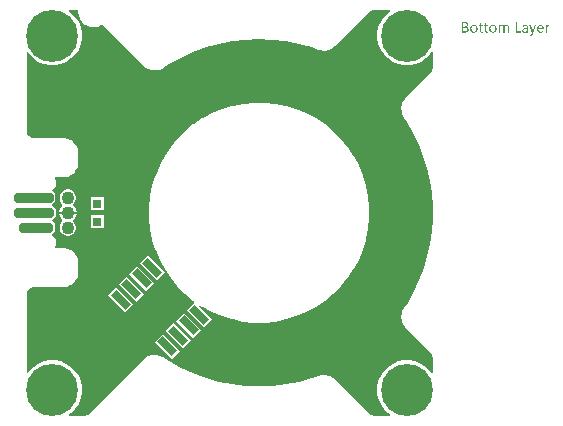
<source format=gbl>
G04*
G04 #@! TF.GenerationSoftware,Altium Limited,Altium Designer,22.4.2 (48)*
G04*
G04 Layer_Physical_Order=2*
G04 Layer_Color=16711680*
%FSAX44Y44*%
%MOMM*%
G71*
G04*
G04 #@! TF.SameCoordinates,0DF53AF2-F480-4E1A-B95F-C2B51B741BF4*
G04*
G04*
G04 #@! TF.FilePolarity,Positive*
G04*
G01*
G75*
%ADD11C,0.2000*%
%ADD25C,1.1000*%
%ADD27C,4.4000*%
%ADD28C,0.6000*%
%ADD29R,0.8000X0.8000*%
G04:AMPARAMS|DCode=30|XSize=1.75mm|YSize=0.65mm|CornerRadius=0mm|HoleSize=0mm|Usage=FLASHONLY|Rotation=315.000|XOffset=0mm|YOffset=0mm|HoleType=Round|Shape=Rectangle|*
%AMROTATEDRECTD30*
4,1,4,-0.8485,0.3889,-0.3889,0.8485,0.8485,-0.3889,0.3889,-0.8485,-0.8485,0.3889,0.0*
%
%ADD30ROTATEDRECTD30*%

G04:AMPARAMS|DCode=31|XSize=0.9mm|YSize=3.4mm|CornerRadius=0.351mm|HoleSize=0mm|Usage=FLASHONLY|Rotation=90.000|XOffset=0mm|YOffset=0mm|HoleType=Round|Shape=RoundedRectangle|*
%AMROUNDEDRECTD31*
21,1,0.9000,2.6980,0,0,90.0*
21,1,0.1980,3.4000,0,0,90.0*
1,1,0.7020,1.3490,0.0990*
1,1,0.7020,1.3490,-0.0990*
1,1,0.7020,-1.3490,-0.0990*
1,1,0.7020,-1.3490,0.0990*
%
%ADD31ROUNDEDRECTD31*%
G04:AMPARAMS|DCode=32|XSize=0.9mm|YSize=2.9mm|CornerRadius=0.351mm|HoleSize=0mm|Usage=FLASHONLY|Rotation=90.000|XOffset=0mm|YOffset=0mm|HoleType=Round|Shape=RoundedRectangle|*
%AMROUNDEDRECTD32*
21,1,0.9000,2.1980,0,0,90.0*
21,1,0.1980,2.9000,0,0,90.0*
1,1,0.7020,1.0990,0.0990*
1,1,0.7020,1.0990,-0.0990*
1,1,0.7020,-1.0990,-0.0990*
1,1,0.7020,-1.0990,0.0990*
%
%ADD32ROUNDEDRECTD32*%
G36*
X-00153059Y00171941D02*
X-00153059Y00170000D01*
X-00153037Y00169892D01*
X-00153051Y00169783D01*
X-00152951Y00168370D01*
X-00152865Y00168055D01*
X-00152836Y00167731D01*
X-00152045Y00165017D01*
X-00151845Y00164633D01*
X-00151688Y00164230D01*
X-00150169Y00161845D01*
X-00149870Y00161533D01*
X-00149607Y00161189D01*
X-00147481Y00159326D01*
X-00147107Y00159109D01*
X-00146757Y00158853D01*
X-00144195Y00157659D01*
X-00143775Y00157556D01*
X-00143368Y00157408D01*
X-00140574Y00156978D01*
X-00140142Y00156996D01*
X-00139710Y00156968D01*
X-00136907Y00157337D01*
X-00136497Y00157476D01*
X-00136075Y00157570D01*
X-00133488Y00158708D01*
X-00133251Y00158874D01*
X-00132985Y00158989D01*
X-00132518Y00159310D01*
X-00098092Y00124790D01*
X-00097508Y00124169D01*
X-00097339Y00124049D01*
X-00097206Y00123890D01*
X-00095814Y00122761D01*
X-00095570Y00122633D01*
X-00095359Y00122456D01*
X-00093788Y00121594D01*
X-00093525Y00121511D01*
X-00093286Y00121375D01*
X-00091586Y00120807D01*
X-00091313Y00120772D01*
X-00091053Y00120681D01*
X-00089279Y00120426D01*
X-00089004Y00120441D01*
X-00088732Y00120397D01*
X-00086941Y00120462D01*
X-00086673Y00120526D01*
X-00086397Y00120531D01*
X-00084647Y00120915D01*
X-00084395Y00121026D01*
X-00084124Y00121081D01*
X-00082471Y00121771D01*
X-00082328Y00121867D01*
X-00082163Y00121920D01*
X-00081378Y00122356D01*
X-00081286Y00122434D01*
X-00081175Y00122480D01*
X-00076408Y00125639D01*
X-00066412Y00131196D01*
X-00056015Y00135960D01*
X-00045280Y00139902D01*
X-00034270Y00142997D01*
X-00023053Y00145227D01*
X-00011696Y00146579D01*
X-00000269Y00147044D01*
X00011159Y00146620D01*
X00022521Y00145309D01*
X00033745Y00143119D01*
X00044782Y00140059D01*
X00050193Y00138160D01*
X00050223Y00138155D01*
X00050250Y00138140D01*
X00051660Y00137676D01*
X00051999Y00137634D01*
X00052325Y00137536D01*
X00055273Y00137255D01*
X00055724Y00137301D01*
X00056177Y00137303D01*
X00059078Y00137897D01*
X00059496Y00138073D01*
X00059928Y00138208D01*
X00062528Y00139625D01*
X00062713Y00139779D01*
X00062929Y00139886D01*
X00064065Y00140759D01*
X00064199Y00140913D01*
X00064368Y00141027D01*
X00093092Y00169893D01*
X00093575Y00170376D01*
X00094712Y00171135D01*
X00095975Y00171659D01*
X00097316Y00171926D01*
X00098000Y00171926D01*
X00110627Y00171925D01*
X00110996Y00170710D01*
X00109063Y00169419D01*
X00105581Y00165937D01*
X00102845Y00161842D01*
X00100961Y00157292D01*
X00100000Y00152462D01*
X00100000Y00147538D01*
X00100961Y00142708D01*
X00102845Y00138158D01*
X00105581Y00134063D01*
X00109063Y00130581D01*
X00113158Y00127845D01*
X00117708Y00125961D01*
X00122538Y00125000D01*
X00127462Y00125000D01*
X00132292Y00125961D01*
X00136842Y00127845D01*
X00140937Y00130581D01*
X00144419Y00134063D01*
X00145726Y00136020D01*
X00146941Y00135651D01*
X00146941Y00122984D01*
X00146941Y00122300D01*
X00146675Y00120959D01*
X00146151Y00119696D01*
X00145420Y00118601D01*
X00145009Y00118216D01*
X00144979Y00118175D01*
X00144937Y00118146D01*
X00124279Y00097478D01*
X00124250Y00097434D01*
X00124207Y00097403D01*
X00123594Y00096747D01*
X00123485Y00096570D01*
X00123334Y00096427D01*
X00122296Y00094963D01*
X00122184Y00094711D01*
X00122020Y00094489D01*
X00121261Y00092862D01*
X00121195Y00092594D01*
X00121074Y00092346D01*
X00120618Y00090610D01*
X00120601Y00090335D01*
X00120527Y00090069D01*
X00120388Y00088280D01*
X00120421Y00088005D01*
X00120395Y00087731D01*
X00120578Y00085945D01*
X00120659Y00085681D01*
X00120683Y00085406D01*
X00121182Y00083682D01*
X00121309Y00083437D01*
X00121382Y00083171D01*
X00122182Y00081564D01*
X00122309Y00081400D01*
X00122390Y00081208D01*
X00122892Y00080468D01*
X00123067Y00080296D01*
X00125418Y00076751D01*
X00130673Y00067418D01*
X00135233Y00057726D01*
X00139077Y00047729D01*
X00142182Y00037479D01*
X00144533Y00027029D01*
X00146117Y00016436D01*
X00146926Y00005756D01*
X00146955Y-00004955D01*
X00146205Y-00015639D01*
X00144679Y-00026240D01*
X00142385Y-00036703D01*
X00139335Y-00046970D01*
X00135546Y-00056988D01*
X00131038Y-00066704D01*
X00125840Y-00076056D01*
X00122888Y-00080491D01*
X00122390Y-00081225D01*
X00122309Y-00081416D01*
X00122182Y-00081580D01*
X00121382Y-00083187D01*
X00121310Y-00083454D01*
X00121182Y-00083699D01*
X00120683Y-00085422D01*
X00120659Y-00085697D01*
X00120578Y-00085961D01*
X00120395Y-00087747D01*
X00120421Y-00088021D01*
X00120388Y-00088296D01*
X00120527Y-00090085D01*
X00120601Y-00090351D01*
X00120618Y-00090626D01*
X00121074Y-00092362D01*
X00121195Y-00092610D01*
X00121261Y-00092878D01*
X00122020Y-00094505D01*
X00122184Y-00094727D01*
X00122296Y-00094979D01*
X00123334Y-00096444D01*
X00123392Y-00096498D01*
X00123428Y-00096569D01*
X00124000Y-00097294D01*
X00124142Y-00097415D01*
X00124246Y-00097570D01*
X00144908Y-00118092D01*
X00145392Y-00118575D01*
X00146151Y-00119712D01*
X00146675Y-00120975D01*
X00146941Y-00122317D01*
X00146941Y-00123000D01*
X00146941Y-00135651D01*
X00145726Y-00136020D01*
X00144419Y-00134063D01*
X00140937Y-00130581D01*
X00136842Y-00127845D01*
X00132292Y-00125961D01*
X00127462Y-00125000D01*
X00122538Y-00125000D01*
X00117708Y-00125961D01*
X00113158Y-00127845D01*
X00109063Y-00130581D01*
X00105581Y-00134063D01*
X00102845Y-00138158D01*
X00100961Y-00142708D01*
X00100000Y-00147538D01*
X00100000Y-00152462D01*
X00100961Y-00157292D01*
X00102845Y-00161842D01*
X00105581Y-00165937D01*
X00109063Y-00169419D01*
X00111020Y-00170726D01*
X00110651Y-00171941D01*
X00098000Y-00171941D01*
X00097316Y-00171941D01*
X00095975Y-00171675D01*
X00094712Y-00171151D01*
X00093617Y-00170420D01*
X00093232Y-00170009D01*
X00093190Y-00169979D01*
X00093162Y-00169936D01*
X00064340Y-00141144D01*
X00064259Y-00141089D01*
X00064200Y-00141012D01*
X00063085Y-00140031D01*
X00062790Y-00139860D01*
X00062528Y-00139641D01*
X00059928Y-00138224D01*
X00059496Y-00138089D01*
X00059078Y-00137913D01*
X00056177Y-00137319D01*
X00055724Y-00137317D01*
X00055273Y-00137271D01*
X00052325Y-00137552D01*
X00052059Y-00137632D01*
X00051782Y-00137654D01*
X00050351Y-00138060D01*
X00050251Y-00138111D01*
X00050141Y-00138128D01*
X00044766Y-00140079D01*
X00033745Y-00143135D01*
X00022521Y-00145325D01*
X00011159Y-00146636D01*
X-00000269Y-00147060D01*
X-00011696Y-00146595D01*
X-00023053Y-00145243D01*
X-00034270Y-00143013D01*
X-00045280Y-00139918D01*
X-00056015Y-00135976D01*
X-00066412Y-00131212D01*
X-00076413Y-00125652D01*
X-00081195Y-00122507D01*
X-00081269Y-00122477D01*
X-00081329Y-00122424D01*
X-00082103Y-00121971D01*
X-00082299Y-00121903D01*
X-00082471Y-00121787D01*
X-00084124Y-00121096D01*
X-00084395Y-00121042D01*
X-00084647Y-00120932D01*
X-00086397Y-00120547D01*
X-00086673Y-00120542D01*
X-00086941Y-00120478D01*
X-00088732Y-00120413D01*
X-00089004Y-00120457D01*
X-00089279Y-00120442D01*
X-00091053Y-00120697D01*
X-00091313Y-00120789D01*
X-00091586Y-00120823D01*
X-00093286Y-00121391D01*
X-00093525Y-00121527D01*
X-00093788Y-00121610D01*
X-00095359Y-00122472D01*
X-00095570Y-00122649D01*
X-00095814Y-00122777D01*
X-00097206Y-00123906D01*
X-00097381Y-00124116D01*
X-00097596Y-00124284D01*
X-00098143Y-00124917D01*
X-00143093Y-00169909D01*
X-00143575Y-00170392D01*
X-00144712Y-00171152D01*
X-00145975Y-00171675D01*
X-00147316Y-00171942D01*
X-00148000Y-00171942D01*
X-00160651Y-00171941D01*
X-00161020Y-00170726D01*
X-00159063Y-00169419D01*
X-00155581Y-00165937D01*
X-00152845Y-00161842D01*
X-00150961Y-00157292D01*
X-00150000Y-00152462D01*
X-00150000Y-00147538D01*
X-00150961Y-00142708D01*
X-00152845Y-00138158D01*
X-00155581Y-00134063D01*
X-00159063Y-00130581D01*
X-00163158Y-00127845D01*
X-00167708Y-00125961D01*
X-00172538Y-00125000D01*
X-00177462Y-00125000D01*
X-00182292Y-00125961D01*
X-00186842Y-00127845D01*
X-00190937Y-00130581D01*
X-00194419Y-00134063D01*
X-00195726Y-00136020D01*
X-00196941Y-00135651D01*
X-00196941Y-00070000D01*
X-00196941Y-00069316D01*
X-00196675Y-00067975D01*
X-00196151Y-00066712D01*
X-00195392Y-00065575D01*
X-00194425Y-00064608D01*
X-00193288Y-00063849D01*
X-00192025Y-00063325D01*
X-00190684Y-00063059D01*
X-00190000Y-00063059D01*
X-00166000Y-00063058D01*
X-00165925Y-00063044D01*
X-00165850Y-00063055D01*
X-00164870Y-00063007D01*
X-00164650Y-00062951D01*
X-00164423Y-00062951D01*
X-00162500Y-00062569D01*
X-00162222Y-00062454D01*
X-00161927Y-00062395D01*
X-00160116Y-00061645D01*
X-00159865Y-00061478D01*
X-00159587Y-00061362D01*
X-00157957Y-00060273D01*
X-00157744Y-00060060D01*
X-00157493Y-00059893D01*
X-00156107Y-00058507D01*
X-00155940Y-00058256D01*
X-00155727Y-00058043D01*
X-00154638Y-00056413D01*
X-00154522Y-00056135D01*
X-00154355Y-00055884D01*
X-00153605Y-00054073D01*
X-00153546Y-00053778D01*
X-00153431Y-00053500D01*
X-00153048Y-00051577D01*
X-00153048Y-00051350D01*
X-00152993Y-00051130D01*
X-00152945Y-00050150D01*
X-00152956Y-00050076D01*
X-00152941Y-00050002D01*
X-00152937Y-00043002D01*
X-00152952Y-00042926D01*
X-00152941Y-00042850D01*
X-00152989Y-00041870D01*
X-00153044Y-00041649D01*
X-00153044Y-00041423D01*
X-00153426Y-00039500D01*
X-00153542Y-00039222D01*
X-00153600Y-00038926D01*
X-00154351Y-00037115D01*
X-00154518Y-00036865D01*
X-00154633Y-00036586D01*
X-00155722Y-00034957D01*
X-00155935Y-00034743D01*
X-00156103Y-00034493D01*
X-00157489Y-00033107D01*
X-00157739Y-00032940D01*
X-00157952Y-00032727D01*
X-00159582Y-00031637D01*
X-00159861Y-00031522D01*
X-00160111Y-00031355D01*
X-00161922Y-00030605D01*
X-00162218Y-00030546D01*
X-00162496Y-00030431D01*
X-00164419Y-00030048D01*
X-00164646Y-00030048D01*
X-00164865Y-00029993D01*
X-00165850Y-00029945D01*
X-00165925Y-00029956D01*
X-00166000Y-00029941D01*
X-00172510Y-00029941D01*
X-00173189Y-00028671D01*
X-00172311Y-00027357D01*
X-00171842Y-00025000D01*
X-00172311Y-00022643D01*
X-00173645Y-00020645D01*
X-00175218Y-00019595D01*
X-00175277Y-00019387D01*
X-00175236Y-00018233D01*
X-00175218Y-00018184D01*
X-00173898Y-00017302D01*
X-00172791Y-00015645D01*
X-00172402Y-00013690D01*
X-00172402Y-00011710D01*
X-00172791Y-00009755D01*
X-00173898Y-00008098D01*
X-00175008Y-00007356D01*
X-00175056Y-00007196D01*
X-00174960Y-00005913D01*
X-00173538Y-00004963D01*
X-00172320Y-00003140D01*
X-00171892Y-00000990D01*
X-00171892Y00000990D01*
X-00172320Y00003140D01*
X-00173538Y00004963D01*
X-00174960Y00005913D01*
X-00175056Y00007196D01*
X-00175008Y00007356D01*
X-00173898Y00008098D01*
X-00172791Y00009755D01*
X-00172402Y00011710D01*
X-00172402Y00013690D01*
X-00172791Y00015645D01*
X-00173898Y00017302D01*
X-00175218Y00018184D01*
X-00175236Y00018233D01*
X-00175277Y00019387D01*
X-00175218Y00019595D01*
X-00173645Y00020645D01*
X-00172311Y00022643D01*
X-00171842Y00025000D01*
X-00172311Y00027357D01*
X-00173189Y00028671D01*
X-00172510Y00029941D01*
X-00165977Y00029941D01*
X-00165903Y00029956D01*
X-00165828Y00029945D01*
X-00164847Y00029993D01*
X-00164627Y00030048D01*
X-00164401Y00030048D01*
X-00162478Y00030431D01*
X-00162200Y00030546D01*
X-00161904Y00030605D01*
X-00160093Y00031355D01*
X-00159843Y00031522D01*
X-00159564Y00031638D01*
X-00157934Y00032727D01*
X-00157721Y00032940D01*
X-00157471Y00033107D01*
X-00156085Y00034493D01*
X-00155917Y00034744D01*
X-00155704Y00034957D01*
X-00154615Y00036587D01*
X-00154500Y00036865D01*
X-00154332Y00037115D01*
X-00153582Y00038927D01*
X-00153524Y00039222D01*
X-00153408Y00039500D01*
X-00153026Y00041423D01*
X-00153026Y00041678D01*
X-00152969Y00041926D01*
X-00152938Y00042906D01*
X-00152946Y00042954D01*
X-00152937Y00043002D01*
X-00152941Y00050002D01*
X-00152956Y00050076D01*
X-00152945Y00050150D01*
X-00152993Y00051130D01*
X-00153048Y00051350D01*
X-00153048Y00051577D01*
X-00153431Y00053500D01*
X-00153546Y00053778D01*
X-00153605Y00054074D01*
X-00154355Y00055885D01*
X-00154522Y00056135D01*
X-00154638Y00056413D01*
X-00155727Y00058043D01*
X-00155940Y00058256D01*
X-00156107Y00058507D01*
X-00157493Y00059893D01*
X-00157744Y00060060D01*
X-00157957Y00060273D01*
X-00159587Y00061362D01*
X-00159865Y00061478D01*
X-00160116Y00061645D01*
X-00161927Y00062395D01*
X-00162222Y00062454D01*
X-00162500Y00062569D01*
X-00164423Y00062952D01*
X-00164650Y00062952D01*
X-00164870Y00063007D01*
X-00165850Y00063055D01*
X-00165925Y00063044D01*
X-00166000Y00063059D01*
X-00190000Y00063059D01*
X-00190684Y00063059D01*
X-00192025Y00063326D01*
X-00193288Y00063849D01*
X-00194425Y00064608D01*
X-00195392Y00065575D01*
X-00196152Y00066712D01*
X-00196675Y00067975D01*
X-00196942Y00069316D01*
X-00196942Y00070000D01*
X-00196941Y00135651D01*
X-00195726Y00136020D01*
X-00194419Y00134063D01*
X-00190937Y00130581D01*
X-00186842Y00127845D01*
X-00182292Y00125961D01*
X-00177462Y00125000D01*
X-00172538Y00125000D01*
X-00167708Y00125961D01*
X-00163158Y00127845D01*
X-00159063Y00130581D01*
X-00155581Y00134063D01*
X-00152845Y00138158D01*
X-00150961Y00142708D01*
X-00150000Y00147538D01*
X-00150000Y00152462D01*
X-00150961Y00157292D01*
X-00152845Y00161842D01*
X-00155581Y00165937D01*
X-00159063Y00169419D01*
X-00161020Y00170726D01*
X-00160651Y00171941D01*
X-00153059Y00171941D01*
X-00153059Y00171941D02*
G37*
G36*
X00209783Y00159012D02*
X00209830Y00159012D01*
X00209885Y00159005D01*
X00210019Y00158981D01*
X00210176Y00158942D01*
X00210356Y00158887D01*
X00210544Y00158801D01*
X00210741Y00158699D01*
X00210843Y00158628D01*
X00210937Y00158557D01*
X00211031Y00158479D01*
X00211125Y00158385D01*
X00211219Y00158283D01*
X00211306Y00158173D01*
X00211384Y00158055D01*
X00211463Y00157922D01*
X00211533Y00157780D01*
X00211596Y00157623D01*
X00211651Y00157458D01*
X00211706Y00157278D01*
X00211737Y00157090D01*
X00211769Y00156878D01*
X00211784Y00156658D01*
X00211792Y00156423D01*
X00211792Y00152498D01*
X00210772Y00152498D01*
X00210772Y00156156D01*
X00210772Y00156171D01*
X00210772Y00156203D01*
X00210772Y00156258D01*
X00210764Y00156328D01*
X00210764Y00156415D01*
X00210756Y00156517D01*
X00210749Y00156627D01*
X00210733Y00156744D01*
X00210694Y00156995D01*
X00210631Y00157247D01*
X00210599Y00157372D01*
X00210552Y00157482D01*
X00210497Y00157592D01*
X00210442Y00157686D01*
X00210442Y00157694D01*
X00210427Y00157710D01*
X00210411Y00157733D01*
X00210380Y00157757D01*
X00210348Y00157796D01*
X00210301Y00157835D01*
X00210246Y00157874D01*
X00210183Y00157922D01*
X00210113Y00157969D01*
X00210034Y00158008D01*
X00209940Y00158047D01*
X00209846Y00158086D01*
X00209736Y00158110D01*
X00209611Y00158133D01*
X00209485Y00158149D01*
X00209344Y00158157D01*
X00209281Y00158157D01*
X00209234Y00158149D01*
X00209179Y00158141D01*
X00209116Y00158126D01*
X00208959Y00158086D01*
X00208873Y00158055D01*
X00208786Y00158008D01*
X00208692Y00157961D01*
X00208606Y00157906D01*
X00208512Y00157835D01*
X00208417Y00157757D01*
X00208323Y00157662D01*
X00208237Y00157561D01*
X00208229Y00157553D01*
X00208221Y00157537D01*
X00208198Y00157498D01*
X00208166Y00157458D01*
X00208135Y00157396D01*
X00208096Y00157325D01*
X00208049Y00157247D01*
X00208009Y00157160D01*
X00207970Y00157058D01*
X00207923Y00156948D01*
X00207884Y00156831D01*
X00207852Y00156705D01*
X00207821Y00156572D01*
X00207805Y00156430D01*
X00207790Y00156289D01*
X00207782Y00156132D01*
X00207782Y00152498D01*
X00206761Y00152498D01*
X00206761Y00156281D01*
X00206761Y00156289D01*
X00206761Y00156305D01*
X00206761Y00156328D01*
X00206761Y00156360D01*
X00206754Y00156407D01*
X00206754Y00156454D01*
X00206738Y00156572D01*
X00206714Y00156713D01*
X00206683Y00156878D01*
X00206644Y00157043D01*
X00206581Y00157223D01*
X00206502Y00157396D01*
X00206408Y00157561D01*
X00206290Y00157725D01*
X00206149Y00157867D01*
X00205984Y00157984D01*
X00205890Y00158031D01*
X00205788Y00158078D01*
X00205678Y00158110D01*
X00205568Y00158133D01*
X00205443Y00158149D01*
X00205309Y00158157D01*
X00205247Y00158157D01*
X00205200Y00158149D01*
X00205137Y00158141D01*
X00205074Y00158126D01*
X00204917Y00158086D01*
X00204831Y00158055D01*
X00204744Y00158016D01*
X00204650Y00157977D01*
X00204556Y00157922D01*
X00204462Y00157851D01*
X00204368Y00157780D01*
X00204281Y00157694D01*
X00204195Y00157592D01*
X00204187Y00157584D01*
X00204179Y00157568D01*
X00204156Y00157537D01*
X00204124Y00157490D01*
X00204093Y00157435D01*
X00204062Y00157372D01*
X00204022Y00157294D01*
X00203983Y00157199D01*
X00203936Y00157098D01*
X00203897Y00156988D01*
X00203865Y00156870D01*
X00203834Y00156744D01*
X00203803Y00156603D01*
X00203779Y00156454D01*
X00203771Y00156297D01*
X00203763Y00156132D01*
X00203763Y00152498D01*
X00202743Y00152498D01*
X00202743Y00158871D01*
X00203763Y00158871D01*
X00203763Y00157859D01*
X00203787Y00157859D01*
X00203795Y00157874D01*
X00203818Y00157906D01*
X00203857Y00157969D01*
X00203912Y00158039D01*
X00203983Y00158126D01*
X00204069Y00158228D01*
X00204171Y00158330D01*
X00204289Y00158440D01*
X00204423Y00158549D01*
X00204572Y00158652D01*
X00204736Y00158753D01*
X00204909Y00158840D01*
X00205105Y00158911D01*
X00205317Y00158973D01*
X00205537Y00159005D01*
X00205772Y00159020D01*
X00205835Y00159020D01*
X00205882Y00159012D01*
X00205937Y00159012D01*
X00206008Y00159005D01*
X00206079Y00158989D01*
X00206157Y00158973D01*
X00206338Y00158934D01*
X00206526Y00158863D01*
X00206714Y00158777D01*
X00206808Y00158714D01*
X00206903Y00158652D01*
X00206911Y00158644D01*
X00206926Y00158636D01*
X00206950Y00158612D01*
X00206981Y00158589D01*
X00207068Y00158502D01*
X00207170Y00158400D01*
X00207279Y00158259D01*
X00207389Y00158094D01*
X00207491Y00157906D01*
X00207570Y00157694D01*
X00207578Y00157710D01*
X00207601Y00157749D01*
X00207648Y00157819D01*
X00207703Y00157898D01*
X00207782Y00158000D01*
X00207868Y00158118D01*
X00207978Y00158236D01*
X00208104Y00158361D01*
X00208245Y00158479D01*
X00208402Y00158604D01*
X00208575Y00158714D01*
X00208763Y00158816D01*
X00208975Y00158895D01*
X00209195Y00158965D01*
X00209438Y00159005D01*
X00209689Y00159020D01*
X00209744Y00159020D01*
X00209783Y00159012D01*
X00209783Y00159012D02*
G37*
G36*
X00245384Y00158973D02*
X00245471Y00158973D01*
X00245565Y00158958D01*
X00245667Y00158942D01*
X00245769Y00158926D01*
X00245855Y00158895D01*
X00245855Y00157835D01*
X00245840Y00157843D01*
X00245808Y00157867D01*
X00245745Y00157898D01*
X00245659Y00157937D01*
X00245541Y00157977D01*
X00245416Y00158008D01*
X00245259Y00158031D01*
X00245078Y00158039D01*
X00245016Y00158039D01*
X00244968Y00158031D01*
X00244914Y00158024D01*
X00244851Y00158008D01*
X00244702Y00157961D01*
X00244615Y00157929D01*
X00244529Y00157890D01*
X00244435Y00157835D01*
X00244340Y00157780D01*
X00244254Y00157710D01*
X00244160Y00157623D01*
X00244074Y00157529D01*
X00243987Y00157419D01*
X00243979Y00157411D01*
X00243972Y00157388D01*
X00243948Y00157357D01*
X00243917Y00157309D01*
X00243885Y00157247D01*
X00243846Y00157168D01*
X00243807Y00157082D01*
X00243768Y00156980D01*
X00243728Y00156870D01*
X00243689Y00156744D01*
X00243650Y00156603D01*
X00243619Y00156454D01*
X00243587Y00156289D01*
X00243563Y00156116D01*
X00243556Y00155936D01*
X00243548Y00155740D01*
X00243548Y00152498D01*
X00242528Y00152498D01*
X00242528Y00158871D01*
X00243548Y00158871D01*
X00243548Y00157553D01*
X00243571Y00157553D01*
X00243571Y00157561D01*
X00243579Y00157584D01*
X00243595Y00157615D01*
X00243611Y00157662D01*
X00243634Y00157718D01*
X00243666Y00157788D01*
X00243736Y00157937D01*
X00243830Y00158110D01*
X00243948Y00158283D01*
X00244081Y00158447D01*
X00244238Y00158604D01*
X00244246Y00158612D01*
X00244262Y00158620D01*
X00244286Y00158636D01*
X00244317Y00158667D01*
X00244356Y00158691D01*
X00244411Y00158722D01*
X00244529Y00158793D01*
X00244678Y00158863D01*
X00244851Y00158926D01*
X00245039Y00158965D01*
X00245141Y00158973D01*
X00245243Y00158981D01*
X00245306Y00158981D01*
X00245384Y00158973D01*
X00245384Y00158973D02*
G37*
G36*
X00231838Y00151478D02*
X00231838Y00151470D01*
X00231830Y00151454D01*
X00231814Y00151431D01*
X00231798Y00151391D01*
X00231783Y00151344D01*
X00231759Y00151297D01*
X00231696Y00151172D01*
X00231610Y00151023D01*
X00231516Y00150850D01*
X00231398Y00150677D01*
X00231265Y00150489D01*
X00231116Y00150308D01*
X00230951Y00150128D01*
X00230770Y00149955D01*
X00230574Y00149806D01*
X00230362Y00149681D01*
X00230252Y00149633D01*
X00230135Y00149586D01*
X00230017Y00149547D01*
X00229891Y00149524D01*
X00229766Y00149508D01*
X00229632Y00149500D01*
X00229569Y00149500D01*
X00229491Y00149508D01*
X00229397Y00149508D01*
X00229295Y00149524D01*
X00229185Y00149539D01*
X00229067Y00149555D01*
X00228965Y00149586D01*
X00228965Y00150497D01*
X00228981Y00150489D01*
X00229020Y00150481D01*
X00229083Y00150465D01*
X00229161Y00150442D01*
X00229256Y00150418D01*
X00229358Y00150403D01*
X00229467Y00150395D01*
X00229569Y00150387D01*
X00229601Y00150387D01*
X00229640Y00150395D01*
X00229695Y00150403D01*
X00229758Y00150418D01*
X00229836Y00150434D01*
X00229915Y00150465D01*
X00230009Y00150505D01*
X00230095Y00150552D01*
X00230197Y00150615D01*
X00230292Y00150685D01*
X00230386Y00150772D01*
X00230480Y00150881D01*
X00230574Y00150999D01*
X00230653Y00151140D01*
X00230731Y00151305D01*
X00231241Y00152506D01*
X00228753Y00158871D01*
X00229883Y00158871D01*
X00231610Y00153966D01*
X00231610Y00153958D01*
X00231618Y00153942D01*
X00231626Y00153919D01*
X00231642Y00153872D01*
X00231657Y00153809D01*
X00231673Y00153723D01*
X00231704Y00153613D01*
X00231736Y00153479D01*
X00231775Y00153479D01*
X00231775Y00153487D01*
X00231783Y00153511D01*
X00231791Y00153542D01*
X00231806Y00153597D01*
X00231822Y00153660D01*
X00231838Y00153738D01*
X00231869Y00153840D01*
X00231901Y00153950D01*
X00233713Y00158871D01*
X00234765Y00158871D01*
X00231838Y00151478D01*
X00231838Y00151478D02*
G37*
G36*
X00225622Y00159012D02*
X00225677Y00159012D01*
X00225732Y00159005D01*
X00225802Y00158997D01*
X00225881Y00158981D01*
X00226045Y00158950D01*
X00226242Y00158895D01*
X00226438Y00158824D01*
X00226650Y00158722D01*
X00226862Y00158596D01*
X00226964Y00158526D01*
X00227066Y00158440D01*
X00227160Y00158345D01*
X00227254Y00158251D01*
X00227341Y00158141D01*
X00227419Y00158016D01*
X00227497Y00157890D01*
X00227568Y00157749D01*
X00227623Y00157592D01*
X00227678Y00157427D01*
X00227717Y00157254D01*
X00227749Y00157058D01*
X00227764Y00156862D01*
X00227772Y00156642D01*
X00227772Y00152498D01*
X00226752Y00152498D01*
X00226752Y00153487D01*
X00226728Y00153487D01*
X00226720Y00153471D01*
X00226697Y00153440D01*
X00226658Y00153385D01*
X00226603Y00153307D01*
X00226532Y00153220D01*
X00226446Y00153126D01*
X00226352Y00153024D01*
X00226234Y00152922D01*
X00226100Y00152812D01*
X00225959Y00152710D01*
X00225794Y00152616D01*
X00225622Y00152530D01*
X00225425Y00152451D01*
X00225221Y00152396D01*
X00225002Y00152365D01*
X00224766Y00152349D01*
X00224672Y00152349D01*
X00224609Y00152357D01*
X00224531Y00152365D01*
X00224436Y00152373D01*
X00224335Y00152388D01*
X00224225Y00152412D01*
X00223981Y00152475D01*
X00223864Y00152514D01*
X00223738Y00152561D01*
X00223612Y00152616D01*
X00223495Y00152687D01*
X00223385Y00152765D01*
X00223275Y00152851D01*
X00223267Y00152859D01*
X00223251Y00152875D01*
X00223228Y00152906D01*
X00223189Y00152945D01*
X00223149Y00152993D01*
X00223110Y00153055D01*
X00223055Y00153126D01*
X00223008Y00153204D01*
X00222961Y00153299D01*
X00222914Y00153401D01*
X00222867Y00153511D01*
X00222827Y00153628D01*
X00222788Y00153754D01*
X00222765Y00153887D01*
X00222749Y00154037D01*
X00222741Y00154186D01*
X00222741Y00154193D01*
X00222741Y00154209D01*
X00222741Y00154233D01*
X00222749Y00154264D01*
X00222749Y00154303D01*
X00222757Y00154350D01*
X00222773Y00154468D01*
X00222804Y00154609D01*
X00222851Y00154766D01*
X00222914Y00154939D01*
X00223008Y00155120D01*
X00223118Y00155300D01*
X00223251Y00155481D01*
X00223338Y00155567D01*
X00223424Y00155653D01*
X00223526Y00155740D01*
X00223628Y00155818D01*
X00223746Y00155897D01*
X00223871Y00155967D01*
X00224005Y00156030D01*
X00224154Y00156093D01*
X00224311Y00156148D01*
X00224476Y00156195D01*
X00224656Y00156234D01*
X00224845Y00156265D01*
X00226752Y00156532D01*
X00226752Y00156540D01*
X00226752Y00156548D01*
X00226752Y00156572D01*
X00226752Y00156603D01*
X00226744Y00156681D01*
X00226728Y00156784D01*
X00226713Y00156909D01*
X00226681Y00157050D01*
X00226642Y00157192D01*
X00226587Y00157349D01*
X00226516Y00157498D01*
X00226430Y00157647D01*
X00226328Y00157780D01*
X00226202Y00157906D01*
X00226045Y00158008D01*
X00225873Y00158086D01*
X00225779Y00158118D01*
X00225669Y00158141D01*
X00225559Y00158149D01*
X00225441Y00158157D01*
X00225386Y00158157D01*
X00225331Y00158149D01*
X00225245Y00158141D01*
X00225143Y00158133D01*
X00225025Y00158118D01*
X00224892Y00158094D01*
X00224750Y00158063D01*
X00224594Y00158016D01*
X00224429Y00157969D01*
X00224256Y00157906D01*
X00224075Y00157827D01*
X00223895Y00157733D01*
X00223714Y00157631D01*
X00223534Y00157513D01*
X00223361Y00157372D01*
X00223361Y00158416D01*
X00223369Y00158424D01*
X00223400Y00158440D01*
X00223455Y00158471D01*
X00223526Y00158510D01*
X00223620Y00158557D01*
X00223722Y00158604D01*
X00223848Y00158659D01*
X00223989Y00158722D01*
X00224138Y00158777D01*
X00224303Y00158832D01*
X00224484Y00158879D01*
X00224672Y00158926D01*
X00224876Y00158965D01*
X00225080Y00158997D01*
X00225300Y00159012D01*
X00225527Y00159020D01*
X00225582Y00159020D01*
X00225622Y00159012D01*
X00225622Y00159012D02*
G37*
G36*
X00218401Y00153440D02*
X00221988Y00153440D01*
X00221988Y00152498D01*
X00217357Y00152498D01*
X00217357Y00161422D01*
X00218401Y00161422D01*
X00218401Y00153440D01*
X00218401Y00153440D02*
G37*
G36*
X00174731Y00161414D02*
X00174825Y00161406D01*
X00174935Y00161391D01*
X00175061Y00161375D01*
X00175202Y00161351D01*
X00175343Y00161320D01*
X00175493Y00161281D01*
X00175650Y00161234D01*
X00175799Y00161179D01*
X00175956Y00161116D01*
X00176097Y00161037D01*
X00176238Y00160951D01*
X00176372Y00160849D01*
X00176380Y00160841D01*
X00176403Y00160826D01*
X00176434Y00160794D01*
X00176474Y00160747D01*
X00176529Y00160692D01*
X00176584Y00160621D01*
X00176646Y00160543D01*
X00176709Y00160457D01*
X00176772Y00160355D01*
X00176835Y00160245D01*
X00176890Y00160119D01*
X00176945Y00159994D01*
X00176984Y00159852D01*
X00177015Y00159703D01*
X00177039Y00159546D01*
X00177047Y00159381D01*
X00177047Y00159374D01*
X00177047Y00159350D01*
X00177047Y00159311D01*
X00177039Y00159256D01*
X00177031Y00159185D01*
X00177023Y00159115D01*
X00177015Y00159028D01*
X00176999Y00158934D01*
X00176945Y00158722D01*
X00176874Y00158502D01*
X00176827Y00158385D01*
X00176772Y00158275D01*
X00176709Y00158165D01*
X00176639Y00158055D01*
X00176631Y00158047D01*
X00176623Y00158031D01*
X00176599Y00158000D01*
X00176560Y00157961D01*
X00176521Y00157922D01*
X00176474Y00157867D01*
X00176411Y00157812D01*
X00176348Y00157749D01*
X00176270Y00157686D01*
X00176183Y00157615D01*
X00176089Y00157553D01*
X00175987Y00157482D01*
X00175877Y00157419D01*
X00175767Y00157364D01*
X00175508Y00157262D01*
X00175508Y00157239D01*
X00175516Y00157239D01*
X00175548Y00157231D01*
X00175595Y00157223D01*
X00175657Y00157215D01*
X00175736Y00157199D01*
X00175822Y00157176D01*
X00175924Y00157144D01*
X00176026Y00157113D01*
X00176254Y00157027D01*
X00176380Y00156972D01*
X00176497Y00156901D01*
X00176615Y00156831D01*
X00176733Y00156752D01*
X00176850Y00156658D01*
X00176952Y00156556D01*
X00176960Y00156548D01*
X00176976Y00156532D01*
X00176999Y00156501D01*
X00177039Y00156454D01*
X00177078Y00156391D01*
X00177125Y00156328D01*
X00177172Y00156242D01*
X00177227Y00156156D01*
X00177274Y00156054D01*
X00177321Y00155936D01*
X00177368Y00155818D01*
X00177408Y00155685D01*
X00177447Y00155536D01*
X00177470Y00155386D01*
X00177486Y00155230D01*
X00177494Y00155057D01*
X00177494Y00155041D01*
X00177494Y00155010D01*
X00177486Y00154947D01*
X00177478Y00154868D01*
X00177470Y00154766D01*
X00177447Y00154656D01*
X00177423Y00154531D01*
X00177392Y00154397D01*
X00177345Y00154248D01*
X00177290Y00154099D01*
X00177227Y00153950D01*
X00177149Y00153793D01*
X00177055Y00153636D01*
X00176945Y00153487D01*
X00176819Y00153346D01*
X00176670Y00153204D01*
X00176662Y00153197D01*
X00176631Y00153173D01*
X00176584Y00153142D01*
X00176521Y00153095D01*
X00176442Y00153040D01*
X00176340Y00152985D01*
X00176230Y00152914D01*
X00176105Y00152851D01*
X00175956Y00152789D01*
X00175799Y00152726D01*
X00175634Y00152663D01*
X00175445Y00152608D01*
X00175249Y00152561D01*
X00175045Y00152530D01*
X00174825Y00152506D01*
X00174598Y00152498D01*
X00172000Y00152498D01*
X00172000Y00161422D01*
X00174645Y00161422D01*
X00174731Y00161414D01*
X00174731Y00161414D02*
G37*
G36*
X00192304Y00158871D02*
X00193913Y00158871D01*
X00193913Y00157992D01*
X00192304Y00157992D01*
X00192304Y00154405D01*
X00192304Y00154397D01*
X00192304Y00154374D01*
X00192304Y00154343D01*
X00192304Y00154303D01*
X00192312Y00154248D01*
X00192320Y00154186D01*
X00192336Y00154052D01*
X00192359Y00153895D01*
X00192398Y00153746D01*
X00192453Y00153605D01*
X00192485Y00153542D01*
X00192524Y00153487D01*
X00192532Y00153479D01*
X00192563Y00153448D01*
X00192618Y00153401D01*
X00192697Y00153354D01*
X00192799Y00153299D01*
X00192924Y00153259D01*
X00193074Y00153228D01*
X00193246Y00153212D01*
X00193309Y00153212D01*
X00193380Y00153220D01*
X00193474Y00153236D01*
X00193576Y00153267D01*
X00193694Y00153299D01*
X00193803Y00153354D01*
X00193913Y00153424D01*
X00193913Y00152553D01*
X00193905Y00152553D01*
X00193898Y00152545D01*
X00193874Y00152537D01*
X00193850Y00152522D01*
X00193764Y00152490D01*
X00193662Y00152459D01*
X00193521Y00152428D01*
X00193356Y00152396D01*
X00193168Y00152373D01*
X00192956Y00152365D01*
X00192885Y00152365D01*
X00192799Y00152380D01*
X00192697Y00152396D01*
X00192571Y00152420D01*
X00192430Y00152467D01*
X00192273Y00152522D01*
X00192124Y00152600D01*
X00191967Y00152694D01*
X00191810Y00152820D01*
X00191669Y00152969D01*
X00191606Y00153055D01*
X00191543Y00153150D01*
X00191488Y00153252D01*
X00191441Y00153362D01*
X00191394Y00153479D01*
X00191355Y00153613D01*
X00191323Y00153746D01*
X00191300Y00153895D01*
X00191292Y00154052D01*
X00191284Y00154225D01*
X00191284Y00157992D01*
X00190193Y00157992D01*
X00190193Y00158871D01*
X00191284Y00158871D01*
X00191284Y00160425D01*
X00192304Y00160755D01*
X00192304Y00158871D01*
X00192304Y00158871D02*
G37*
G36*
X00187988Y00158871D02*
X00189597Y00158871D01*
X00189597Y00157992D01*
X00187988Y00157992D01*
X00187988Y00154405D01*
X00187988Y00154397D01*
X00187988Y00154374D01*
X00187988Y00154343D01*
X00187988Y00154303D01*
X00187995Y00154248D01*
X00188003Y00154186D01*
X00188019Y00154052D01*
X00188043Y00153895D01*
X00188082Y00153746D01*
X00188137Y00153605D01*
X00188168Y00153542D01*
X00188207Y00153487D01*
X00188215Y00153479D01*
X00188247Y00153448D01*
X00188302Y00153401D01*
X00188380Y00153354D01*
X00188482Y00153299D01*
X00188608Y00153259D01*
X00188757Y00153228D01*
X00188929Y00153212D01*
X00188992Y00153212D01*
X00189063Y00153220D01*
X00189157Y00153236D01*
X00189259Y00153267D01*
X00189377Y00153299D01*
X00189487Y00153354D01*
X00189597Y00153424D01*
X00189597Y00152553D01*
X00189589Y00152553D01*
X00189581Y00152545D01*
X00189557Y00152537D01*
X00189534Y00152522D01*
X00189447Y00152490D01*
X00189345Y00152459D01*
X00189204Y00152428D01*
X00189039Y00152396D01*
X00188851Y00152373D01*
X00188639Y00152365D01*
X00188568Y00152365D01*
X00188482Y00152380D01*
X00188380Y00152396D01*
X00188254Y00152420D01*
X00188113Y00152467D01*
X00187956Y00152522D01*
X00187807Y00152600D01*
X00187650Y00152694D01*
X00187493Y00152820D01*
X00187352Y00152969D01*
X00187289Y00153055D01*
X00187226Y00153150D01*
X00187171Y00153252D01*
X00187124Y00153362D01*
X00187077Y00153479D01*
X00187038Y00153613D01*
X00187006Y00153746D01*
X00186983Y00153895D01*
X00186975Y00154052D01*
X00186967Y00154225D01*
X00186967Y00157992D01*
X00185876Y00157992D01*
X00185876Y00158871D01*
X00186967Y00158871D01*
X00186967Y00160425D01*
X00187988Y00160755D01*
X00187988Y00158871D01*
X00187988Y00158871D02*
G37*
G36*
X00238486Y00159012D02*
X00238572Y00159005D01*
X00238682Y00158997D01*
X00238799Y00158981D01*
X00238933Y00158950D01*
X00239074Y00158918D01*
X00239231Y00158879D01*
X00239388Y00158824D01*
X00239545Y00158753D01*
X00239710Y00158675D01*
X00239867Y00158581D01*
X00240016Y00158471D01*
X00240165Y00158345D01*
X00240299Y00158204D01*
X00240306Y00158196D01*
X00240330Y00158165D01*
X00240361Y00158118D01*
X00240408Y00158055D01*
X00240455Y00157977D01*
X00240518Y00157874D01*
X00240581Y00157757D01*
X00240644Y00157623D01*
X00240707Y00157466D01*
X00240769Y00157302D01*
X00240832Y00157113D01*
X00240879Y00156917D01*
X00240926Y00156697D01*
X00240958Y00156470D01*
X00240981Y00156218D01*
X00240989Y00155959D01*
X00240989Y00155426D01*
X00236484Y00155426D01*
X00236484Y00155410D01*
X00236484Y00155379D01*
X00236492Y00155324D01*
X00236500Y00155253D01*
X00236508Y00155159D01*
X00236523Y00155057D01*
X00236539Y00154947D01*
X00236570Y00154821D01*
X00236641Y00154555D01*
X00236688Y00154421D01*
X00236743Y00154280D01*
X00236806Y00154146D01*
X00236877Y00154013D01*
X00236963Y00153895D01*
X00237057Y00153778D01*
X00237065Y00153770D01*
X00237081Y00153754D01*
X00237112Y00153723D01*
X00237159Y00153691D01*
X00237214Y00153644D01*
X00237285Y00153597D01*
X00237363Y00153542D01*
X00237449Y00153495D01*
X00237551Y00153440D01*
X00237669Y00153385D01*
X00237787Y00153338D01*
X00237928Y00153291D01*
X00238069Y00153259D01*
X00238227Y00153228D01*
X00238391Y00153212D01*
X00238564Y00153204D01*
X00238611Y00153204D01*
X00238666Y00153212D01*
X00238745Y00153212D01*
X00238839Y00153228D01*
X00238948Y00153244D01*
X00239074Y00153267D01*
X00239215Y00153291D01*
X00239364Y00153330D01*
X00239522Y00153377D01*
X00239686Y00153432D01*
X00239851Y00153503D01*
X00240024Y00153581D01*
X00240196Y00153675D01*
X00240369Y00153785D01*
X00240542Y00153911D01*
X00240542Y00152953D01*
X00240534Y00152945D01*
X00240503Y00152930D01*
X00240455Y00152898D01*
X00240393Y00152859D01*
X00240306Y00152812D01*
X00240204Y00152765D01*
X00240087Y00152710D01*
X00239953Y00152655D01*
X00239796Y00152592D01*
X00239631Y00152537D01*
X00239451Y00152490D01*
X00239255Y00152443D01*
X00239043Y00152404D01*
X00238815Y00152373D01*
X00238572Y00152357D01*
X00238321Y00152349D01*
X00238258Y00152349D01*
X00238195Y00152357D01*
X00238101Y00152365D01*
X00237983Y00152373D01*
X00237850Y00152396D01*
X00237708Y00152420D01*
X00237551Y00152459D01*
X00237387Y00152506D01*
X00237214Y00152561D01*
X00237034Y00152632D01*
X00236861Y00152710D01*
X00236680Y00152812D01*
X00236516Y00152930D01*
X00236351Y00153063D01*
X00236201Y00153212D01*
X00236194Y00153220D01*
X00236170Y00153252D01*
X00236131Y00153307D01*
X00236084Y00153377D01*
X00236021Y00153463D01*
X00235958Y00153573D01*
X00235888Y00153699D01*
X00235817Y00153848D01*
X00235746Y00154005D01*
X00235676Y00154193D01*
X00235613Y00154390D01*
X00235550Y00154609D01*
X00235503Y00154845D01*
X00235464Y00155096D01*
X00235440Y00155371D01*
X00235432Y00155653D01*
X00235432Y00155661D01*
X00235432Y00155669D01*
X00235432Y00155693D01*
X00235432Y00155716D01*
X00235440Y00155795D01*
X00235448Y00155905D01*
X00235456Y00156030D01*
X00235480Y00156171D01*
X00235503Y00156336D01*
X00235534Y00156517D01*
X00235581Y00156705D01*
X00235636Y00156901D01*
X00235707Y00157105D01*
X00235786Y00157309D01*
X00235880Y00157506D01*
X00235998Y00157710D01*
X00236123Y00157898D01*
X00236272Y00158078D01*
X00236280Y00158086D01*
X00236311Y00158118D01*
X00236359Y00158165D01*
X00236421Y00158228D01*
X00236508Y00158298D01*
X00236610Y00158377D01*
X00236719Y00158463D01*
X00236853Y00158549D01*
X00236994Y00158636D01*
X00237159Y00158722D01*
X00237332Y00158801D01*
X00237512Y00158871D01*
X00237708Y00158934D01*
X00237920Y00158981D01*
X00238140Y00159012D01*
X00238368Y00159020D01*
X00238423Y00159020D01*
X00238486Y00159012D01*
X00238486Y00159012D02*
G37*
G36*
X00198222Y00159012D02*
X00198324Y00159005D01*
X00198442Y00158997D01*
X00198583Y00158973D01*
X00198732Y00158950D01*
X00198897Y00158911D01*
X00199078Y00158863D01*
X00199258Y00158808D01*
X00199439Y00158738D01*
X00199627Y00158652D01*
X00199808Y00158549D01*
X00199988Y00158432D01*
X00200153Y00158298D01*
X00200310Y00158141D01*
X00200318Y00158133D01*
X00200341Y00158102D01*
X00200380Y00158047D01*
X00200436Y00157977D01*
X00200498Y00157890D01*
X00200561Y00157780D01*
X00200639Y00157655D01*
X00200710Y00157506D01*
X00200789Y00157341D01*
X00200859Y00157160D01*
X00200922Y00156964D01*
X00200985Y00156744D01*
X00201040Y00156509D01*
X00201079Y00156258D01*
X00201103Y00155991D01*
X00201110Y00155708D01*
X00201110Y00155700D01*
X00201110Y00155693D01*
X00201110Y00155669D01*
X00201110Y00155638D01*
X00201103Y00155559D01*
X00201095Y00155457D01*
X00201087Y00155324D01*
X00201063Y00155175D01*
X00201040Y00155010D01*
X00201001Y00154829D01*
X00200954Y00154641D01*
X00200898Y00154437D01*
X00200828Y00154233D01*
X00200749Y00154029D01*
X00200647Y00153825D01*
X00200530Y00153628D01*
X00200396Y00153440D01*
X00200247Y00153259D01*
X00200239Y00153252D01*
X00200208Y00153220D01*
X00200161Y00153173D01*
X00200090Y00153118D01*
X00200004Y00153048D01*
X00199902Y00152969D01*
X00199776Y00152891D01*
X00199635Y00152804D01*
X00199478Y00152718D01*
X00199305Y00152639D01*
X00199117Y00152561D01*
X00198913Y00152490D01*
X00198685Y00152435D01*
X00198450Y00152388D01*
X00198207Y00152357D01*
X00197940Y00152349D01*
X00197877Y00152349D01*
X00197806Y00152357D01*
X00197704Y00152365D01*
X00197586Y00152373D01*
X00197445Y00152396D01*
X00197296Y00152420D01*
X00197131Y00152459D01*
X00196951Y00152506D01*
X00196770Y00152569D01*
X00196582Y00152639D01*
X00196393Y00152726D01*
X00196205Y00152828D01*
X00196017Y00152945D01*
X00195844Y00153079D01*
X00195679Y00153236D01*
X00195671Y00153244D01*
X00195640Y00153275D01*
X00195601Y00153330D01*
X00195546Y00153401D01*
X00195483Y00153487D01*
X00195412Y00153597D01*
X00195342Y00153723D01*
X00195263Y00153872D01*
X00195185Y00154029D01*
X00195106Y00154209D01*
X00195036Y00154405D01*
X00194973Y00154617D01*
X00194918Y00154837D01*
X00194879Y00155080D01*
X00194847Y00155339D01*
X00194839Y00155606D01*
X00194839Y00155614D01*
X00194839Y00155622D01*
X00194839Y00155646D01*
X00194839Y00155677D01*
X00194847Y00155763D01*
X00194855Y00155873D01*
X00194863Y00156006D01*
X00194886Y00156164D01*
X00194910Y00156336D01*
X00194949Y00156524D01*
X00194996Y00156721D01*
X00195051Y00156925D01*
X00195122Y00157137D01*
X00195208Y00157349D01*
X00195310Y00157553D01*
X00195420Y00157749D01*
X00195554Y00157937D01*
X00195711Y00158118D01*
X00195718Y00158126D01*
X00195750Y00158157D01*
X00195805Y00158204D01*
X00195875Y00158259D01*
X00195962Y00158330D01*
X00196072Y00158400D01*
X00196197Y00158487D01*
X00196339Y00158573D01*
X00196495Y00158652D01*
X00196676Y00158738D01*
X00196872Y00158808D01*
X00197084Y00158879D01*
X00197312Y00158934D01*
X00197555Y00158981D01*
X00197814Y00159012D01*
X00198089Y00159020D01*
X00198151Y00159020D01*
X00198222Y00159012D01*
X00198222Y00159012D02*
G37*
G36*
X00182117Y00159012D02*
X00182219Y00159005D01*
X00182337Y00158997D01*
X00182478Y00158973D01*
X00182627Y00158950D01*
X00182792Y00158911D01*
X00182972Y00158863D01*
X00183153Y00158808D01*
X00183333Y00158738D01*
X00183522Y00158652D01*
X00183702Y00158549D01*
X00183883Y00158432D01*
X00184048Y00158298D01*
X00184205Y00158141D01*
X00184212Y00158133D01*
X00184236Y00158102D01*
X00184275Y00158047D01*
X00184330Y00157977D01*
X00184393Y00157890D01*
X00184456Y00157780D01*
X00184534Y00157655D01*
X00184605Y00157506D01*
X00184683Y00157341D01*
X00184754Y00157160D01*
X00184817Y00156964D01*
X00184879Y00156744D01*
X00184935Y00156509D01*
X00184974Y00156258D01*
X00184997Y00155991D01*
X00185005Y00155708D01*
X00185005Y00155700D01*
X00185005Y00155693D01*
X00185005Y00155669D01*
X00185005Y00155638D01*
X00184997Y00155559D01*
X00184989Y00155457D01*
X00184982Y00155324D01*
X00184958Y00155175D01*
X00184935Y00155010D01*
X00184895Y00154829D01*
X00184848Y00154641D01*
X00184793Y00154437D01*
X00184723Y00154233D01*
X00184644Y00154029D01*
X00184542Y00153825D01*
X00184424Y00153628D01*
X00184291Y00153440D01*
X00184142Y00153259D01*
X00184134Y00153252D01*
X00184102Y00153220D01*
X00184055Y00153173D01*
X00183985Y00153118D01*
X00183899Y00153048D01*
X00183796Y00152969D01*
X00183671Y00152891D01*
X00183530Y00152804D01*
X00183373Y00152718D01*
X00183200Y00152639D01*
X00183012Y00152561D01*
X00182808Y00152490D01*
X00182580Y00152435D01*
X00182344Y00152388D01*
X00182101Y00152357D01*
X00181834Y00152349D01*
X00181772Y00152349D01*
X00181701Y00152357D01*
X00181599Y00152365D01*
X00181481Y00152373D01*
X00181340Y00152396D01*
X00181191Y00152420D01*
X00181026Y00152459D01*
X00180845Y00152506D01*
X00180665Y00152569D01*
X00180476Y00152639D01*
X00180288Y00152726D01*
X00180100Y00152828D01*
X00179911Y00152945D01*
X00179739Y00153079D01*
X00179574Y00153236D01*
X00179566Y00153244D01*
X00179535Y00153275D01*
X00179495Y00153330D01*
X00179440Y00153401D01*
X00179378Y00153487D01*
X00179307Y00153597D01*
X00179236Y00153723D01*
X00179158Y00153872D01*
X00179079Y00154029D01*
X00179001Y00154209D01*
X00178930Y00154405D01*
X00178867Y00154617D01*
X00178813Y00154837D01*
X00178773Y00155080D01*
X00178742Y00155339D01*
X00178734Y00155606D01*
X00178734Y00155614D01*
X00178734Y00155622D01*
X00178734Y00155646D01*
X00178734Y00155677D01*
X00178742Y00155763D01*
X00178750Y00155873D01*
X00178758Y00156006D01*
X00178781Y00156164D01*
X00178805Y00156336D01*
X00178844Y00156524D01*
X00178891Y00156721D01*
X00178946Y00156925D01*
X00179017Y00157137D01*
X00179103Y00157349D01*
X00179205Y00157553D01*
X00179315Y00157749D01*
X00179448Y00157937D01*
X00179605Y00158118D01*
X00179613Y00158126D01*
X00179645Y00158157D01*
X00179699Y00158204D01*
X00179770Y00158259D01*
X00179856Y00158330D01*
X00179966Y00158400D01*
X00180092Y00158487D01*
X00180233Y00158573D01*
X00180390Y00158652D01*
X00180571Y00158738D01*
X00180767Y00158808D01*
X00180979Y00158879D01*
X00181206Y00158934D01*
X00181450Y00158981D01*
X00181709Y00159012D01*
X00181983Y00159020D01*
X00182046Y00159020D01*
X00182117Y00159012D01*
X00182117Y00159012D02*
G37*
%LPC*%
G36*
X00004421Y00093059D02*
X-00004421Y00093059D01*
X-00004570Y00093029D01*
X-00004721Y00093044D01*
X-00013521Y00092177D01*
X-00013667Y00092133D01*
X-00013818Y00092133D01*
X-00022491Y00090408D01*
X-00022631Y00090350D01*
X-00022782Y00090335D01*
X-00031245Y00087768D01*
X-00031378Y00087697D01*
X-00031527Y00087667D01*
X-00039697Y00084283D01*
X-00039823Y00084199D01*
X-00039968Y00084155D01*
X-00047767Y00079986D01*
X-00047884Y00079890D01*
X-00048024Y00079832D01*
X-00055377Y00074919D01*
X-00055484Y00074812D01*
X-00055618Y00074740D01*
X-00062454Y00069131D01*
X-00062550Y00069013D01*
X-00062676Y00068929D01*
X-00068929Y00062676D01*
X-00069013Y00062550D01*
X-00069131Y00062454D01*
X-00074740Y00055618D01*
X-00074812Y00055484D01*
X-00074919Y00055377D01*
X-00079832Y00048024D01*
X-00079890Y00047884D01*
X-00079986Y00047767D01*
X-00084155Y00039968D01*
X-00084199Y00039823D01*
X-00084283Y00039697D01*
X-00087667Y00031527D01*
X-00087697Y00031378D01*
X-00087768Y00031244D01*
X-00090335Y00022782D01*
X-00090350Y00022631D01*
X-00090408Y00022491D01*
X-00092133Y00013818D01*
X-00092133Y00013667D01*
X-00092177Y00013521D01*
X-00093044Y00004721D01*
X-00093029Y00004570D01*
X-00093059Y00004421D01*
X-00093059Y-00004421D01*
X-00093029Y-00004570D01*
X-00093044Y-00004721D01*
X-00092177Y-00013521D01*
X-00092133Y-00013667D01*
X-00092133Y-00013818D01*
X-00090408Y-00022491D01*
X-00090350Y-00022631D01*
X-00090335Y-00022782D01*
X-00087768Y-00031245D01*
X-00087697Y-00031378D01*
X-00087667Y-00031527D01*
X-00084283Y-00039697D01*
X-00084199Y-00039823D01*
X-00084155Y-00039968D01*
X-00079986Y-00047767D01*
X-00079890Y-00047884D01*
X-00079832Y-00048024D01*
X-00074919Y-00055377D01*
X-00074812Y-00055484D01*
X-00074740Y-00055618D01*
X-00069131Y-00062454D01*
X-00069013Y-00062550D01*
X-00068929Y-00062676D01*
X-00062676Y-00068929D01*
X-00062550Y-00069013D01*
X-00062454Y-00069131D01*
X-00055618Y-00074740D01*
X-00055484Y-00074812D01*
X-00055377Y-00074925D01*
X-00055357Y-00076460D01*
X-00061337Y-00082439D01*
X-00046842Y-00096935D01*
X-00040124Y-00090218D01*
X-00050911Y-00079430D01*
X-00050102Y-00078444D01*
X-00048024Y-00079832D01*
X-00047884Y-00079890D01*
X-00047767Y-00079986D01*
X-00039968Y-00084155D01*
X-00039823Y-00084199D01*
X-00039697Y-00084283D01*
X-00031527Y-00087667D01*
X-00031378Y-00087697D01*
X-00031245Y-00087768D01*
X-00022782Y-00090335D01*
X-00022631Y-00090350D01*
X-00022491Y-00090408D01*
X-00013818Y-00092133D01*
X-00013667Y-00092133D01*
X-00013521Y-00092177D01*
X-00004721Y-00093044D01*
X-00004570Y-00093029D01*
X-00004421Y-00093059D01*
X00004421Y-00093059D01*
X00004570Y-00093029D01*
X00004721Y-00093044D01*
X00013521Y-00092177D01*
X00013667Y-00092133D01*
X00013818Y-00092133D01*
X00022491Y-00090408D01*
X00022631Y-00090350D01*
X00022782Y-00090335D01*
X00031244Y-00087768D01*
X00031378Y-00087697D01*
X00031527Y-00087667D01*
X00039697Y-00084283D01*
X00039823Y-00084199D01*
X00039968Y-00084155D01*
X00047767Y-00079986D01*
X00047884Y-00079890D01*
X00048024Y-00079832D01*
X00055377Y-00074919D01*
X00055484Y-00074812D01*
X00055618Y-00074740D01*
X00062454Y-00069131D01*
X00062550Y-00069013D01*
X00062676Y-00068929D01*
X00068929Y-00062676D01*
X00069013Y-00062550D01*
X00069131Y-00062454D01*
X00074740Y-00055618D01*
X00074812Y-00055484D01*
X00074919Y-00055377D01*
X00079832Y-00048024D01*
X00079890Y-00047884D01*
X00079986Y-00047767D01*
X00084155Y-00039968D01*
X00084199Y-00039823D01*
X00084283Y-00039697D01*
X00087667Y-00031527D01*
X00087697Y-00031378D01*
X00087768Y-00031245D01*
X00090335Y-00022782D01*
X00090350Y-00022631D01*
X00090408Y-00022491D01*
X00092133Y-00013818D01*
X00092133Y-00013667D01*
X00092177Y-00013521D01*
X00093044Y-00004721D01*
X00093029Y-00004570D01*
X00093059Y-00004421D01*
X00093059Y00004421D01*
X00093029Y00004570D01*
X00093044Y00004721D01*
X00092177Y00013521D01*
X00092133Y00013667D01*
X00092133Y00013818D01*
X00090408Y00022491D01*
X00090350Y00022631D01*
X00090335Y00022782D01*
X00087768Y00031244D01*
X00087697Y00031378D01*
X00087667Y00031527D01*
X00084283Y00039697D01*
X00084199Y00039823D01*
X00084155Y00039968D01*
X00079986Y00047767D01*
X00079890Y00047884D01*
X00079832Y00048024D01*
X00074919Y00055377D01*
X00074812Y00055484D01*
X00074740Y00055618D01*
X00069131Y00062454D01*
X00069013Y00062550D01*
X00068929Y00062676D01*
X00062676Y00068929D01*
X00062550Y00069013D01*
X00062454Y00069131D01*
X00055618Y00074740D01*
X00055484Y00074812D01*
X00055377Y00074919D01*
X00048024Y00079832D01*
X00047884Y00079890D01*
X00047767Y00079986D01*
X00039968Y00084155D01*
X00039823Y00084199D01*
X00039697Y00084283D01*
X00031527Y00087667D01*
X00031378Y00087697D01*
X00031244Y00087768D01*
X00022782Y00090335D01*
X00022631Y00090350D01*
X00022491Y00090408D01*
X00013818Y00092133D01*
X00013667Y00092133D01*
X00013521Y00092177D01*
X00004721Y00093044D01*
X00004570Y00093029D01*
X00004421Y00093059D01*
X00004421Y00093059D02*
G37*
G36*
X-00131500Y00013000D02*
X-00142500Y00013000D01*
X-00142500Y00002000D01*
X-00131500Y00002000D01*
X-00131500Y00013000D01*
X-00131500Y00013000D02*
G37*
G36*
X-00161079Y00019700D02*
X-00162922Y00019700D01*
X-00164702Y00019223D01*
X-00166298Y00018301D01*
X-00167602Y00016998D01*
X-00168523Y00015402D01*
X-00169000Y00013622D01*
X-00169000Y00011778D01*
X-00168523Y00009998D01*
X-00167602Y00008402D01*
X-00166645Y00007445D01*
X-00166611Y00006210D01*
X-00166727Y00005880D01*
X-00168002Y00004605D01*
X-00168989Y00002895D01*
X-00169497Y00001000D01*
X-00162000Y00001000D01*
X-00154503Y00001000D01*
X-00155011Y00002895D01*
X-00155999Y00004605D01*
X-00157273Y00005880D01*
X-00157389Y00006210D01*
X-00157355Y00007445D01*
X-00156399Y00008402D01*
X-00155477Y00009998D01*
X-00155000Y00011778D01*
X-00155000Y00013622D01*
X-00155477Y00015402D01*
X-00156399Y00016998D01*
X-00157702Y00018301D01*
X-00159298Y00019223D01*
X-00161079Y00019700D01*
X-00161079Y00019700D02*
G37*
G36*
X-00131500Y-00002000D02*
X-00142500Y-00002000D01*
X-00142500Y-00013000D01*
X-00131500Y-00013000D01*
X-00131500Y-00002000D01*
X-00131500Y-00002000D02*
G37*
G36*
X-00154503Y-00001000D02*
X-00162000Y-00001000D01*
X-00169497Y-00001000D01*
X-00168989Y-00002895D01*
X-00168002Y-00004605D01*
X-00166727Y-00005880D01*
X-00166611Y-00006210D01*
X-00166645Y-00007445D01*
X-00167602Y-00008402D01*
X-00168523Y-00009998D01*
X-00169000Y-00011778D01*
X-00169000Y-00013622D01*
X-00168523Y-00015402D01*
X-00167602Y-00016998D01*
X-00166298Y-00018301D01*
X-00164702Y-00019223D01*
X-00162922Y-00019700D01*
X-00161079Y-00019700D01*
X-00159298Y-00019223D01*
X-00157702Y-00018301D01*
X-00156399Y-00016998D01*
X-00155477Y-00015402D01*
X-00155000Y-00013622D01*
X-00155000Y-00011778D01*
X-00155477Y-00009998D01*
X-00156399Y-00008402D01*
X-00157355Y-00007445D01*
X-00157389Y-00006210D01*
X-00157273Y-00005880D01*
X-00155999Y-00004605D01*
X-00155011Y-00002895D01*
X-00154503Y-00001000D01*
X-00154503Y-00001000D02*
G37*
G36*
X-00094218Y-00036124D02*
X-00100935Y-00042842D01*
X-00086440Y-00057337D01*
X-00079722Y-00050620D01*
X-00094218Y-00036124D01*
X-00094218Y-00036124D02*
G37*
G36*
X-00103198Y-00045104D02*
X-00109916Y-00051822D01*
X-00095420Y-00066318D01*
X-00088702Y-00059600D01*
X-00103198Y-00045104D01*
X-00103198Y-00045104D02*
G37*
G36*
X-00112178Y-00054085D02*
X-00118896Y-00060802D01*
X-00104400Y-00075298D01*
X-00097683Y-00068580D01*
X-00112178Y-00054085D01*
X-00112178Y-00054085D02*
G37*
G36*
X-00121158Y-00063065D02*
X-00127876Y-00069782D01*
X-00113380Y-00084278D01*
X-00106663Y-00077561D01*
X-00121158Y-00063065D01*
X-00121158Y-00063065D02*
G37*
G36*
X-00063600Y-00084702D02*
X-00070318Y-00091420D01*
X-00055822Y-00105915D01*
X-00049104Y-00099198D01*
X-00063600Y-00084702D01*
X-00063600Y-00084702D02*
G37*
G36*
X-00072580Y-00093682D02*
X-00079298Y-00100400D01*
X-00064802Y-00114896D01*
X-00058085Y-00108178D01*
X-00072580Y-00093682D01*
X-00072580Y-00093682D02*
G37*
G36*
X-00081560Y-00102663D02*
X-00088278Y-00109380D01*
X-00073782Y-00123876D01*
X-00067065Y-00117158D01*
X-00081560Y-00102663D01*
X-00081560Y-00102663D02*
G37*
G36*
X00226752Y00155716D02*
X00225214Y00155504D01*
X00225206Y00155504D01*
X00225182Y00155496D01*
X00225143Y00155496D01*
X00225096Y00155489D01*
X00225041Y00155473D01*
X00224970Y00155457D01*
X00224813Y00155426D01*
X00224641Y00155379D01*
X00224468Y00155316D01*
X00224295Y00155237D01*
X00224217Y00155198D01*
X00224146Y00155151D01*
X00224130Y00155135D01*
X00224091Y00155104D01*
X00224028Y00155041D01*
X00223966Y00154947D01*
X00223903Y00154821D01*
X00223871Y00154751D01*
X00223840Y00154672D01*
X00223816Y00154586D01*
X00223801Y00154484D01*
X00223793Y00154382D01*
X00223785Y00154264D01*
X00223785Y00154256D01*
X00223785Y00154241D01*
X00223785Y00154217D01*
X00223793Y00154186D01*
X00223801Y00154099D01*
X00223824Y00153989D01*
X00223864Y00153872D01*
X00223926Y00153738D01*
X00224005Y00153613D01*
X00224115Y00153495D01*
X00224123Y00153495D01*
X00224130Y00153479D01*
X00224177Y00153448D01*
X00224248Y00153401D01*
X00224350Y00153354D01*
X00224484Y00153299D01*
X00224633Y00153252D01*
X00224813Y00153220D01*
X00225009Y00153204D01*
X00225080Y00153204D01*
X00225135Y00153212D01*
X00225198Y00153220D01*
X00225276Y00153236D01*
X00225355Y00153252D01*
X00225449Y00153275D01*
X00225645Y00153338D01*
X00225747Y00153377D01*
X00225857Y00153432D01*
X00225959Y00153495D01*
X00226061Y00153566D01*
X00226163Y00153644D01*
X00226257Y00153738D01*
X00226265Y00153746D01*
X00226281Y00153762D01*
X00226304Y00153793D01*
X00226336Y00153832D01*
X00226375Y00153887D01*
X00226414Y00153950D01*
X00226461Y00154021D01*
X00226509Y00154107D01*
X00226548Y00154201D01*
X00226595Y00154303D01*
X00226634Y00154413D01*
X00226673Y00154531D01*
X00226705Y00154656D01*
X00226728Y00154790D01*
X00226744Y00154931D01*
X00226752Y00155080D01*
X00226752Y00155716D01*
X00226752Y00155716D02*
G37*
G36*
X00174402Y00160472D02*
X00173044Y00160472D01*
X00173044Y00157592D01*
X00174198Y00157592D01*
X00174252Y00157600D01*
X00174323Y00157608D01*
X00174410Y00157615D01*
X00174504Y00157623D01*
X00174606Y00157647D01*
X00174818Y00157694D01*
X00175045Y00157765D01*
X00175155Y00157812D01*
X00175265Y00157867D01*
X00175367Y00157929D01*
X00175461Y00158000D01*
X00175469Y00158008D01*
X00175485Y00158016D01*
X00175508Y00158047D01*
X00175540Y00158078D01*
X00175579Y00158118D01*
X00175618Y00158173D01*
X00175665Y00158236D01*
X00175712Y00158306D01*
X00175752Y00158385D01*
X00175799Y00158471D01*
X00175838Y00158565D01*
X00175877Y00158667D01*
X00175909Y00158785D01*
X00175932Y00158903D01*
X00175948Y00159036D01*
X00175956Y00159170D01*
X00175956Y00159185D01*
X00175956Y00159224D01*
X00175948Y00159287D01*
X00175932Y00159374D01*
X00175901Y00159476D01*
X00175869Y00159586D01*
X00175814Y00159703D01*
X00175744Y00159821D01*
X00175650Y00159946D01*
X00175540Y00160064D01*
X00175398Y00160174D01*
X00175234Y00160268D01*
X00175139Y00160315D01*
X00175037Y00160355D01*
X00174928Y00160386D01*
X00174810Y00160417D01*
X00174684Y00160441D01*
X00174543Y00160457D01*
X00174402Y00160472D01*
X00174402Y00160472D02*
G37*
G36*
X00174245Y00156650D02*
X00173044Y00156650D01*
X00173044Y00153440D01*
X00174551Y00153440D01*
X00174614Y00153448D01*
X00174692Y00153456D01*
X00174778Y00153463D01*
X00174880Y00153479D01*
X00174990Y00153495D01*
X00175218Y00153542D01*
X00175453Y00153621D01*
X00175571Y00153675D01*
X00175681Y00153730D01*
X00175783Y00153793D01*
X00175885Y00153872D01*
X00175893Y00153879D01*
X00175909Y00153895D01*
X00175932Y00153919D01*
X00175963Y00153950D01*
X00176003Y00153997D01*
X00176050Y00154052D01*
X00176089Y00154115D01*
X00176144Y00154186D01*
X00176191Y00154272D01*
X00176230Y00154358D01*
X00176278Y00154460D01*
X00176317Y00154562D01*
X00176348Y00154680D01*
X00176372Y00154806D01*
X00176387Y00154931D01*
X00176395Y00155072D01*
X00176395Y00155080D01*
X00176395Y00155088D01*
X00176395Y00155112D01*
X00176387Y00155143D01*
X00176380Y00155222D01*
X00176364Y00155316D01*
X00176332Y00155441D01*
X00176285Y00155575D01*
X00176215Y00155716D01*
X00176128Y00155865D01*
X00176011Y00156006D01*
X00175948Y00156077D01*
X00175869Y00156148D01*
X00175791Y00156218D01*
X00175697Y00156281D01*
X00175595Y00156344D01*
X00175485Y00156407D01*
X00175367Y00156454D01*
X00175242Y00156501D01*
X00175100Y00156548D01*
X00174951Y00156579D01*
X00174794Y00156611D01*
X00174621Y00156634D01*
X00174441Y00156642D01*
X00174245Y00156650D01*
X00174245Y00156650D02*
G37*
G36*
X00238352Y00158157D02*
X00238281Y00158157D01*
X00238234Y00158149D01*
X00238172Y00158141D01*
X00238093Y00158133D01*
X00238015Y00158118D01*
X00237928Y00158094D01*
X00237732Y00158031D01*
X00237630Y00157992D01*
X00237528Y00157937D01*
X00237426Y00157882D01*
X00237316Y00157812D01*
X00237222Y00157733D01*
X00237120Y00157639D01*
X00237112Y00157631D01*
X00237096Y00157615D01*
X00237073Y00157584D01*
X00237041Y00157545D01*
X00237002Y00157490D01*
X00236955Y00157435D01*
X00236908Y00157357D01*
X00236853Y00157278D01*
X00236798Y00157184D01*
X00236751Y00157082D01*
X00236696Y00156972D01*
X00236649Y00156854D01*
X00236602Y00156721D01*
X00236563Y00156587D01*
X00236523Y00156438D01*
X00236500Y00156289D01*
X00239945Y00156289D01*
X00239945Y00156297D01*
X00239945Y00156328D01*
X00239945Y00156375D01*
X00239937Y00156438D01*
X00239930Y00156509D01*
X00239922Y00156595D01*
X00239906Y00156689D01*
X00239890Y00156791D01*
X00239835Y00157011D01*
X00239757Y00157247D01*
X00239710Y00157357D01*
X00239655Y00157466D01*
X00239592Y00157568D01*
X00239514Y00157662D01*
X00239506Y00157670D01*
X00239498Y00157686D01*
X00239474Y00157710D01*
X00239435Y00157741D01*
X00239396Y00157780D01*
X00239341Y00157819D01*
X00239286Y00157867D01*
X00239215Y00157914D01*
X00239137Y00157953D01*
X00239051Y00158000D01*
X00238948Y00158039D01*
X00238846Y00158078D01*
X00238737Y00158110D01*
X00238619Y00158133D01*
X00238486Y00158149D01*
X00238352Y00158157D01*
X00238352Y00158157D02*
G37*
G36*
X00198010Y00158157D02*
X00197971Y00158157D01*
X00197916Y00158149D01*
X00197845Y00158149D01*
X00197767Y00158133D01*
X00197673Y00158126D01*
X00197563Y00158102D01*
X00197445Y00158071D01*
X00197327Y00158039D01*
X00197202Y00157992D01*
X00197068Y00157937D01*
X00196943Y00157874D01*
X00196809Y00157796D01*
X00196684Y00157710D01*
X00196566Y00157608D01*
X00196456Y00157490D01*
X00196448Y00157482D01*
X00196433Y00157458D01*
X00196401Y00157419D01*
X00196370Y00157364D01*
X00196323Y00157302D01*
X00196276Y00157215D01*
X00196221Y00157121D01*
X00196174Y00157011D01*
X00196119Y00156885D01*
X00196064Y00156744D01*
X00196017Y00156595D01*
X00195970Y00156430D01*
X00195938Y00156250D01*
X00195907Y00156061D01*
X00195891Y00155857D01*
X00195883Y00155646D01*
X00195883Y00155630D01*
X00195883Y00155598D01*
X00195891Y00155536D01*
X00195891Y00155457D01*
X00195899Y00155363D01*
X00195915Y00155253D01*
X00195930Y00155127D01*
X00195954Y00154994D01*
X00195985Y00154853D01*
X00196025Y00154712D01*
X00196072Y00154562D01*
X00196127Y00154413D01*
X00196189Y00154264D01*
X00196268Y00154123D01*
X00196354Y00153982D01*
X00196456Y00153856D01*
X00196464Y00153848D01*
X00196480Y00153825D01*
X00196519Y00153793D01*
X00196566Y00153754D01*
X00196621Y00153707D01*
X00196692Y00153652D01*
X00196778Y00153589D01*
X00196872Y00153534D01*
X00196974Y00153471D01*
X00197092Y00153409D01*
X00197218Y00153354D01*
X00197359Y00153307D01*
X00197508Y00153267D01*
X00197665Y00153236D01*
X00197830Y00153212D01*
X00198010Y00153204D01*
X00198057Y00153204D01*
X00198104Y00153212D01*
X00198175Y00153212D01*
X00198254Y00153228D01*
X00198348Y00153236D01*
X00198458Y00153259D01*
X00198575Y00153283D01*
X00198693Y00153314D01*
X00198819Y00153362D01*
X00198944Y00153409D01*
X00199070Y00153471D01*
X00199195Y00153542D01*
X00199313Y00153628D01*
X00199431Y00153730D01*
X00199533Y00153840D01*
X00199541Y00153848D01*
X00199556Y00153872D01*
X00199580Y00153911D01*
X00199619Y00153958D01*
X00199659Y00154029D01*
X00199706Y00154107D01*
X00199753Y00154201D01*
X00199800Y00154311D01*
X00199847Y00154437D01*
X00199902Y00154570D01*
X00199941Y00154719D01*
X00199980Y00154884D01*
X00200019Y00155057D01*
X00200043Y00155253D01*
X00200059Y00155457D01*
X00200067Y00155669D01*
X00200067Y00155685D01*
X00200067Y00155724D01*
X00200067Y00155787D01*
X00200059Y00155865D01*
X00200051Y00155967D01*
X00200035Y00156077D01*
X00200019Y00156211D01*
X00200004Y00156344D01*
X00199933Y00156642D01*
X00199894Y00156791D01*
X00199839Y00156948D01*
X00199784Y00157098D01*
X00199706Y00157239D01*
X00199627Y00157380D01*
X00199533Y00157506D01*
X00199525Y00157513D01*
X00199509Y00157537D01*
X00199478Y00157568D01*
X00199431Y00157608D01*
X00199376Y00157655D01*
X00199313Y00157710D01*
X00199235Y00157772D01*
X00199140Y00157835D01*
X00199038Y00157890D01*
X00198929Y00157953D01*
X00198803Y00158008D01*
X00198669Y00158055D01*
X00198520Y00158094D01*
X00198363Y00158126D01*
X00198191Y00158149D01*
X00198010Y00158157D01*
X00198010Y00158157D02*
G37*
G36*
X00181905Y00158157D02*
X00181866Y00158157D01*
X00181811Y00158149D01*
X00181740Y00158149D01*
X00181662Y00158133D01*
X00181567Y00158126D01*
X00181458Y00158102D01*
X00181340Y00158071D01*
X00181222Y00158039D01*
X00181096Y00157992D01*
X00180963Y00157937D01*
X00180837Y00157874D01*
X00180704Y00157796D01*
X00180578Y00157710D01*
X00180461Y00157608D01*
X00180351Y00157490D01*
X00180343Y00157482D01*
X00180327Y00157458D01*
X00180296Y00157419D01*
X00180265Y00157364D01*
X00180217Y00157302D01*
X00180170Y00157215D01*
X00180115Y00157121D01*
X00180068Y00157011D01*
X00180013Y00156885D01*
X00179958Y00156744D01*
X00179911Y00156595D01*
X00179864Y00156430D01*
X00179833Y00156250D01*
X00179802Y00156061D01*
X00179786Y00155857D01*
X00179778Y00155646D01*
X00179778Y00155630D01*
X00179778Y00155598D01*
X00179786Y00155536D01*
X00179786Y00155457D01*
X00179794Y00155363D01*
X00179809Y00155253D01*
X00179825Y00155127D01*
X00179849Y00154994D01*
X00179880Y00154853D01*
X00179919Y00154712D01*
X00179966Y00154562D01*
X00180021Y00154413D01*
X00180084Y00154264D01*
X00180163Y00154123D01*
X00180249Y00153982D01*
X00180351Y00153856D01*
X00180359Y00153848D01*
X00180374Y00153825D01*
X00180414Y00153793D01*
X00180461Y00153754D01*
X00180516Y00153707D01*
X00180586Y00153652D01*
X00180673Y00153589D01*
X00180767Y00153534D01*
X00180869Y00153471D01*
X00180987Y00153409D01*
X00181112Y00153354D01*
X00181254Y00153307D01*
X00181403Y00153267D01*
X00181560Y00153236D01*
X00181724Y00153212D01*
X00181905Y00153204D01*
X00181952Y00153204D01*
X00181999Y00153212D01*
X00182070Y00153212D01*
X00182148Y00153228D01*
X00182242Y00153236D01*
X00182352Y00153259D01*
X00182470Y00153283D01*
X00182588Y00153314D01*
X00182713Y00153362D01*
X00182839Y00153409D01*
X00182964Y00153471D01*
X00183090Y00153542D01*
X00183208Y00153628D01*
X00183326Y00153730D01*
X00183428Y00153840D01*
X00183435Y00153848D01*
X00183451Y00153872D01*
X00183475Y00153911D01*
X00183514Y00153958D01*
X00183553Y00154029D01*
X00183600Y00154107D01*
X00183647Y00154201D01*
X00183694Y00154311D01*
X00183741Y00154437D01*
X00183796Y00154570D01*
X00183836Y00154719D01*
X00183875Y00154884D01*
X00183914Y00155057D01*
X00183938Y00155253D01*
X00183953Y00155457D01*
X00183961Y00155669D01*
X00183961Y00155685D01*
X00183961Y00155724D01*
X00183961Y00155787D01*
X00183953Y00155865D01*
X00183946Y00155967D01*
X00183930Y00156077D01*
X00183914Y00156211D01*
X00183899Y00156344D01*
X00183828Y00156642D01*
X00183789Y00156791D01*
X00183734Y00156948D01*
X00183679Y00157098D01*
X00183600Y00157239D01*
X00183522Y00157380D01*
X00183428Y00157506D01*
X00183420Y00157513D01*
X00183404Y00157537D01*
X00183373Y00157568D01*
X00183326Y00157608D01*
X00183271Y00157655D01*
X00183208Y00157710D01*
X00183129Y00157772D01*
X00183035Y00157835D01*
X00182933Y00157890D01*
X00182823Y00157953D01*
X00182698Y00158008D01*
X00182564Y00158055D01*
X00182415Y00158094D01*
X00182258Y00158126D01*
X00182085Y00158149D01*
X00181905Y00158157D01*
X00181905Y00158157D02*
G37*
%LPD*%
D11*
X-00165000Y-00012700D02*
X-00165000Y-00011256D01*
D25*
X-00162000Y-00012700D02*
D03*
X-00162000Y00000000D02*
D03*
X-00162000Y00012700D02*
D03*
D27*
X-00175000Y-00150000D02*
D03*
X00125000Y-00150000D02*
D03*
X00125000Y00150000D02*
D03*
X-00175000Y00150000D02*
D03*
D28*
X-00190500Y00000000D02*
D03*
D29*
X-00137000Y-00007500D02*
D03*
X-00137000Y00007500D02*
D03*
D30*
X-00117269Y-00073671D02*
D03*
X-00108289Y-00064691D02*
D03*
X-00059711Y-00095309D02*
D03*
X-00068691Y-00104289D02*
D03*
X-00077671Y-00113269D02*
D03*
X-00050731Y-00086329D02*
D03*
X-00090329Y-00046731D02*
D03*
X-00099309Y-00055711D02*
D03*
D31*
X-00191000Y00000000D02*
D03*
D03*
X-00191000Y00012700D02*
D03*
D32*
X-00188500Y-00012700D02*
D03*
M02*

</source>
